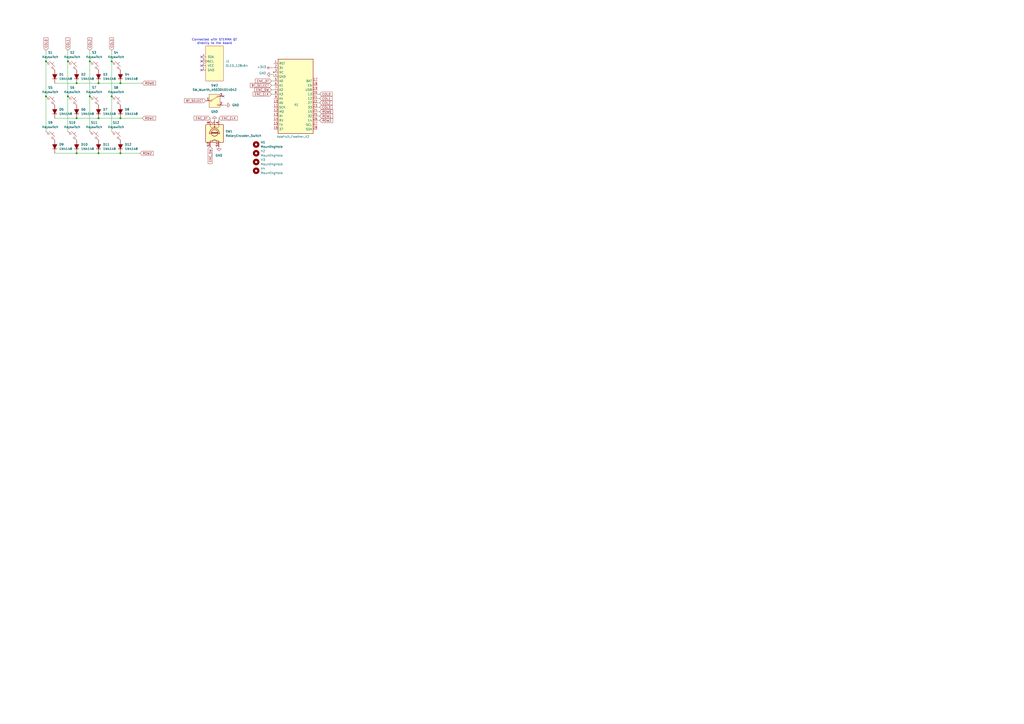
<source format=kicad_sch>
(kicad_sch (version 20231120) (generator "eeschema") (generator_version "8.0")
  (paper "A2")
  (lib_symbols
    (symbol "Device:RotaryEncoder_Switch" (pin_names (offset 0.254) hide)
      (property "Reference" "SW" (at 0 6.604 0))
      (property "Value" "RotaryEncoder_Switch" (at 0 -6.604 0))
      (symbol "RotaryEncoder_Switch_0_1"
        (rectangle (start -5.08 5.08) (end 5.08 -5.08) (stroke (width 0.254)) (fill (type background)))
        (circle (center -3.81 0) (radius 0.254) (fill (type outline)))
        (circle (center -0.381 0) (radius 1.905) (stroke (width 0.254)))
        (arc (start -0.381 2.667) (mid -3.0988 -0.0635) (end -0.381 -2.794) (stroke (width 0.254)))
        (polyline (pts (xy -0.635 -1.778) (xy -0.635 1.778)) (stroke (width 0.254)))
        (polyline (pts (xy -0.381 -1.778) (xy -0.381 1.778)) (stroke (width 0.254)))
        (polyline (pts (xy -0.127 1.778) (xy -0.127 -1.778)) (stroke (width 0.254)))
        (polyline (pts (xy 3.81 0) (xy 3.429 0)) (stroke (width 0.254)))
        (polyline (pts (xy 3.81 1.016) (xy 3.81 -1.016)) (stroke (width 0.254)))
        (polyline (pts (xy -5.08 -2.54) (xy -3.81 -2.54) (xy -3.81 -2.032)))
        (polyline (pts (xy -5.08 2.54) (xy -3.81 2.54) (xy -3.81 2.032)))
        (polyline (pts (xy 0.254 -3.048) (xy -0.508 -2.794) (xy 0.127 -2.413)) (stroke (width 0.254)))
        (polyline (pts (xy 0.254 2.921) (xy -0.508 2.667) (xy 0.127 2.286)) (stroke (width 0.254)))
        (polyline (pts (xy 5.08 -2.54) (xy 4.318 -2.54) (xy 4.318 -1.016)) (stroke (width 0.254)))
        (polyline (pts (xy 5.08 2.54) (xy 4.318 2.54) (xy 4.318 1.016)) (stroke (width 0.254)))
        (polyline (pts (xy -5.08 0) (xy -3.81 0) (xy -3.81 -1.016) (xy -3.302 -2.032)))
        (polyline (pts (xy -4.318 0) (xy -3.81 0) (xy -3.81 1.016) (xy -3.302 2.032)))
        (circle (center 4.318 -1.016) (radius 0.127) (stroke (width 0.254)))
        (circle (center 4.318 1.016) (radius 0.127) (stroke (width 0.254)))
      )
      (symbol "RotaryEncoder_Switch_1_1"
        (pin passive line (at -7.62 2.54 0) (length 2.54) (name "A") (number "A"))
        (pin passive line (at -7.62 -2.54 0) (length 2.54) (name "B") (number "B"))
        (pin passive line (at -7.62 0 0) (length 2.54) (name "C") (number "C"))
        (pin passive line (at 7.62 2.54 180) (length 2.54) (name "S1") (number "S1"))
        (pin passive line (at 7.62 -2.54 180) (length 2.54) (name "S2") (number "S2"))
      )
    )
    (symbol "MCU_Module:Adafruit_Feather_Generic"
      (property "Reference" "A1" (at 2.1941 -33.02 0))
      (property "Value" "Adafruit_Feather_Generic" (at 2.1941 -35.56 0))
      (symbol "Adafruit_Feather_Generic_0_1"
        (rectangle (start -10.16 26.67) (end 10.16 -16.51) (stroke (width 0.254)) (fill (type background)))
      )
      (symbol "Adafruit_Feather_Generic_1_1"
        (pin input line (at -12.7 24.13 0) (length 2.54) (name "RST") (number "1"))
        (pin bidirectional line (at -12.7 1.27 0) (length 2.54) (name "A5") (number "10"))
        (pin bidirectional line (at -12.7 -1.27 0) (length 2.54) (name "SCK") (number "11"))
        (pin output line (at -12.7 -3.81 0) (length 2.54) (name "MO") (number "12"))
        (pin input line (at -12.7 -6.35 0) (length 2.54) (name "MI") (number "13"))
        (pin input line (at -12.7 -8.89 0) (length 2.54) (name "RX") (number "14"))
        (pin output line (at -12.7 -11.43 0) (length 2.54) (name "TX") (number "15"))
        (pin bidirectional line (at -12.7 -13.97 0) (length 2.54) (name "37") (number "16"))
        (pin bidirectional line (at 12.7 13.97 180) (length 2.54) (name "BAT") (number "17"))
        (pin input line (at 12.7 11.43 180) (length 2.54) (name "EN") (number "18"))
        (pin power_out line (at 12.7 8.89 180) (length 2.54) (name "USB") (number "19"))
        (pin power_out line (at -12.7 21.59 0) (length 2.54) (name "3V") (number "2"))
        (pin bidirectional line (at 12.7 6.35 180) (length 2.54) (name "13") (number "20"))
        (pin bidirectional line (at 12.7 3.81 180) (length 2.54) (name "12") (number "21"))
        (pin bidirectional line (at 12.7 1.27 180) (length 2.54) (name "27") (number "22"))
        (pin bidirectional line (at 12.7 -1.27 180) (length 2.54) (name "33") (number "23"))
        (pin bidirectional line (at 12.7 -3.81 180) (length 2.54) (name "15") (number "24"))
        (pin bidirectional line (at 12.7 -6.35 180) (length 2.54) (name "32") (number "25"))
        (pin bidirectional line (at 12.7 -8.89 180) (length 2.54) (name "14") (number "26"))
        (pin bidirectional line (at 12.7 -11.43 180) (length 2.54) (name "SCL") (number "27"))
        (pin bidirectional line (at 12.7 -13.97 180) (length 2.54) (name "SDA") (number "28"))
        (pin no_connect line (at -12.7 19.05 0) (length 2.54) (name "NC") (number "3"))
        (pin power_in line (at -12.7 16.51 0) (length 2.54) (name "GND") (number "4"))
        (pin bidirectional line (at -12.7 13.97 0) (length 2.54) (name "A0") (number "5"))
        (pin bidirectional line (at -12.7 11.43 0) (length 2.54) (name "A1") (number "6"))
        (pin bidirectional line (at -12.7 8.89 0) (length 2.54) (name "A2") (number "7"))
        (pin bidirectional line (at -12.7 6.35 0) (length 2.54) (name "A3") (number "8"))
        (pin bidirectional line (at -12.7 3.81 0) (length 2.54) (name "A4") (number "9"))
      )
    )
    (symbol "Mechanical:MountingHole" (pin_names (offset 1.016)) (exclude_from_sim yes) (in_bom no)
      (property "Reference" "H" (at 0 5.08 0))
      (property "Value" "MountingHole" (at 0 3.175 0))
      (symbol "MountingHole_0_1"
        (circle (center 0 0) (radius 1.27) (stroke (width 1.27)))
      )
    )
    (symbol "PCM_Diode_AKL:1N4148" (pin_numbers hide) (pin_names (offset 1.016) hide)
      (property "Reference" "D" (at 0 5.08 0))
      (property "Value" "1N4148" (at 0 2.54 0))
      (symbol "1N4148_0_1"
        (polyline (pts (xy -1.27 0) (xy 1.27 0)))
        (polyline (pts (xy 1.27 1.27) (xy 1.27 -1.27)) (stroke (width 0.254)))
        (polyline (pts (xy -1.27 1.27) (xy -1.27 -1.27) (xy 1.27 0) (xy -1.27 1.27)) (stroke (width 0.254)) (fill (type outline)))
      )
      (symbol "1N4148_0_2"
        (polyline (pts (xy -2.54 -2.54) (xy 2.54 2.54)))
        (polyline (pts (xy 0 1.778) (xy 1.778 0)) (stroke (width 0.254)))
        (polyline (pts (xy -0.889 -0.889) (xy -1.778 0) (xy 0.889 0.889) (xy 0 -1.778) (xy -0.889 -0.889)) (stroke (width 0.254)) (fill (type outline)))
      )
      (symbol "1N4148_1_1"
        (pin passive line (at 3.81 0 180) (length 2.54) (name "K") (number "1"))
        (pin passive line (at -3.81 0 0) (length 2.54) (name "A") (number "2"))
      )
      (symbol "1N4148_1_2"
        (pin passive line (at 2.54 2.54 180) (length 0) (name "K") (number "1"))
        (pin passive line (at -2.54 -2.54 0) (length 0) (name "A") (number "2"))
      )
    )
    (symbol "ScottoKeebs:OLED_128x64" (pin_names (offset 1.016))
      (property "Reference" "J" (at 0 -11.43 0))
      (property "Value" "OLED_128x64" (at 0 -7.62 0))
      (symbol "OLED_128x64_0_1"
        (rectangle (start 10.16 -10.16) (end -10.16 0) (fill (type background)))
      )
      (symbol "OLED_128x64_1_1"
        (pin power_in line (at -3.81 2.54 270) (length 2.54) (name "GND") (number "1"))
        (pin power_in line (at -1.27 2.54 270) (length 2.54) (name "VCC") (number "2"))
        (pin input clock (at 1.27 2.54 270) (length 2.54) (name "SCL") (number "3"))
        (pin bidirectional line (at 3.81 2.54 270) (length 2.54) (name "SDA") (number "4"))
      )
    )
    (symbol "ScottoKeebs:Placeholder_Keyswitch" (pin_numbers hide) (pin_names (offset 1.016) hide)
      (property "Reference" "S" (at 3.048 1.016 0))
      (property "Value" "Keyswitch" (at 0 -3.81 0))
      (symbol "Placeholder_Keyswitch_0_1"
        (circle (center -1.1684 1.1684) (radius 0.508))
        (polyline (pts (xy -0.508 2.54) (xy 2.54 -0.508)))
        (polyline (pts (xy 1.016 1.016) (xy 2.032 2.032)))
        (polyline (pts (xy -2.54 2.54) (xy -1.524 1.524) (xy -1.524 1.524)))
        (polyline (pts (xy 1.524 -1.524) (xy 2.54 -2.54) (xy 2.54 -2.54) (xy 2.54 -2.54)))
        (circle (center 1.143 -1.1938) (radius 0.508))
        (pin passive line (at -2.54 2.54 0) (length 0) (name "1") (number "1"))
        (pin passive line (at 2.54 -2.54 180) (length 0) (name "2") (number "2"))
      )
    )
    (symbol "Switch:SW_Wuerth_450301014042" (pin_names (offset 1) hide)
      (property "Reference" "SW" (at 0 5.08 0))
      (property "Value" "SW_Wuerth_450301014042" (at 0 -5.08 0))
      (symbol "SW_Wuerth_450301014042_0_1"
        (circle (center -2.032 0) (radius 0.4572))
        (polyline (pts (xy -1.651 0.254) (xy 1.651 2.286)))
        (circle (center 2.032 -2.54) (radius 0.4572))
        (circle (center 2.032 2.54) (radius 0.4572))
      )
      (symbol "SW_Wuerth_450301014042_1_1"
        (rectangle (start -3.175 3.81) (end 3.175 -3.81) (fill (type background)))
        (pin passive line (at -5.08 0 0) (length 2.54) (name "B") (number "1"))
        (pin passive line (at 5.08 -2.54 180) (length 2.54) (name "C") (number "2"))
        (pin passive line (at 5.08 2.54 180) (length 2.54) (name "A") (number "3"))
      )
    )
    (symbol "power:+3V3" (power) (pin_numbers hide) (pin_names (offset 0) hide)
      (property "Value" "+3V3" (at 0 3.556 0))
      (symbol "+3V3_0_1"
        (polyline (pts (xy -0.762 1.27) (xy 0 2.54)))
        (polyline (pts (xy 0 0) (xy 0 2.54)))
        (polyline (pts (xy 0 2.54) (xy 0.762 1.27)))
      )
      (symbol "+3V3_1_1"
        (pin power_in line (at 0 0 90) (length 0) (name "~") (number "1"))
      )
    )
    (symbol "power:GND" (power) (pin_numbers hide) (pin_names (offset 0) hide)
      (property "Value" "GND" (at 0 -3.81 0))
      (symbol "GND_0_1"
        (polyline (pts (xy 0 0) (xy 0 -1.27) (xy 1.27 -1.27) (xy 0 -2.54) (xy -1.27 -1.27) (xy 0 -1.27)))
      )
      (symbol "GND_1_1"
        (pin power_in line (at 0 0 270) (length 0) (name "~") (number "1"))
      )
    )
  )
  (junction (at 39.37 55.88))
  (junction (at 57.15 68.58))
  (junction (at 44.45 88.9))
  (junction (at 57.15 88.9))
  (junction (at 44.45 48.26))
  (junction (at 52.07 35.56))
  (junction (at 44.45 68.58))
  (junction (at 52.07 55.88))
  (junction (at 64.77 55.88))
  (junction (at 69.85 48.26))
  (junction (at 26.67 55.88))
  (junction (at 64.77 35.56))
  (junction (at 69.85 68.58))
  (junction (at 57.15 48.26))
  (junction (at 39.37 35.56))
  (junction (at 69.85 88.9))
  (junction (at 26.67 35.56))
  (no_connect (at 116.84 33.02))
  (no_connect (at 116.84 40.64))
  (no_connect (at 116.84 38.1))
  (no_connect (at 116.84 35.56))
  (no_connect (at 129.54 55.88))
  (wire (pts (xy 52.07 55.88) (xy 52.07 76.2)))
  (wire (pts (xy 26.67 55.88) (xy 26.67 76.2)))
  (wire (pts (xy 39.37 35.56) (xy 39.37 55.88)))
  (wire (pts (xy 64.77 55.88) (xy 64.77 76.2)))
  (wire (pts (xy 157.48 39.37) (xy 158.75 39.37)))
  (wire (pts (xy 26.67 35.56) (xy 26.67 55.88)))
  (wire (pts (xy 57.15 68.58) (xy 69.85 68.58)))
  (wire (pts (xy 127 68.58) (xy 127 69.85)))
  (wire (pts (xy 31.75 68.58) (xy 44.45 68.58)))
  (wire (pts (xy 130.81 60.96) (xy 129.54 60.96)))
  (wire (pts (xy 52.07 35.56) (xy 52.07 55.88)))
  (wire (pts (xy 121.92 68.58) (xy 121.92 69.85)))
  (wire (pts (xy 64.77 35.56) (xy 64.77 55.88)))
  (wire (pts (xy 44.45 88.9) (xy 57.15 88.9)))
  (wire (pts (xy 44.45 68.58) (xy 57.15 68.58)))
  (wire (pts (xy 82.55 68.58) (xy 69.85 68.58)))
  (wire (pts (xy 31.75 88.9) (xy 44.45 88.9)))
  (wire (pts (xy 57.15 48.26) (xy 69.85 48.26)))
  (wire (pts (xy 185.42 64.77) (xy 184.15 64.77)))
  (wire (pts (xy 39.37 29.21) (xy 39.37 35.56)))
  (wire (pts (xy 185.42 54.61) (xy 184.15 54.61)))
  (wire (pts (xy 157.48 54.61) (xy 158.75 54.61)))
  (wire (pts (xy 31.75 48.26) (xy 44.45 48.26)))
  (wire (pts (xy 185.42 59.69) (xy 184.15 59.69)))
  (wire (pts (xy 185.42 69.85) (xy 184.15 69.85)))
  (wire (pts (xy 57.15 88.9) (xy 69.85 88.9)))
  (wire (pts (xy 157.48 52.07) (xy 158.75 52.07)))
  (wire (pts (xy 157.48 46.99) (xy 158.75 46.99)))
  (wire (pts (xy 69.85 48.26) (xy 82.55 48.26)))
  (wire (pts (xy 52.07 29.21) (xy 52.07 35.56)))
  (wire (pts (xy 185.42 62.23) (xy 184.15 62.23)))
  (wire (pts (xy 39.37 55.88) (xy 39.37 76.2)))
  (wire (pts (xy 69.85 88.9) (xy 81.28 88.9)))
  (wire (pts (xy 64.77 29.21) (xy 64.77 35.56)))
  (wire (pts (xy 44.45 48.26) (xy 57.15 48.26)))
  (wire (pts (xy 157.48 49.53) (xy 158.75 49.53)))
  (wire (pts (xy 158.75 43.18) (xy 158.75 44.45)))
  (wire (pts (xy 185.42 67.31) (xy 184.15 67.31)))
  (wire (pts (xy 26.67 29.21) (xy 26.67 35.56)))
  (wire (pts (xy 185.42 57.15) (xy 184.15 57.15)))
  (wire (pts (xy 157.48 43.18) (xy 158.75 43.18)))
  (text "Connected with STEMMA QT\ndirectly to the board" (at 124.46 24.13 0) (effects (font (size 1.27 1.27))))
  (global_label "ROW0" (shape input) (at 185.42 64.77 0) (property "Intersheetrefs" "${INTERSHEET_REFS}" (effects (hide yes))))
  (global_label "COL0" (shape input) (at 26.67 29.21 90) (property "Intersheetrefs" "${INTERSHEET_REFS}" (effects (hide yes))))
  (global_label "ENC_DT" (shape input) (at 157.48 46.99 180) (property "Intersheetrefs" "${INTERSHEET_REFS}" (effects (hide yes))))
  (global_label "COL0" (shape input) (at 185.42 54.61 0) (property "Intersheetrefs" "${INTERSHEET_REFS}" (effects (hide yes))))
  (global_label "ENC_CLK" (shape input) (at 127 68.58 0) (property "Intersheetrefs" "${INTERSHEET_REFS}" (effects (hide yes))))
  (global_label "COL2" (shape input) (at 52.07 29.21 90) (property "Intersheetrefs" "${INTERSHEET_REFS}" (effects (hide yes))))
  (global_label "ROW2" (shape input) (at 81.28 88.9 0) (property "Intersheetrefs" "${INTERSHEET_REFS}" (effects (hide yes))))
  (global_label "ENC_DT" (shape input) (at 121.92 68.58 180) (property "Intersheetrefs" "${INTERSHEET_REFS}" (effects (hide yes))))
  (global_label "COL3" (shape input) (at 64.77 29.21 90) (property "Intersheetrefs" "${INTERSHEET_REFS}" (effects (hide yes))))
  (global_label "BT_SELECT" (shape input) (at 157.48 49.53 180) (property "Intersheetrefs" "${INTERSHEET_REFS}" (effects (hide yes))))
  (global_label "ROW1" (shape input) (at 185.42 67.31 0) (property "Intersheetrefs" "${INTERSHEET_REFS}" (effects (hide yes))))
  (global_label "BT_SELECT" (shape input) (at 119.38 58.42 180) (property "Intersheetrefs" "${INTERSHEET_REFS}" (effects (hide yes))))
  (global_label "COL1" (shape input) (at 185.42 57.15 0) (property "Intersheetrefs" "${INTERSHEET_REFS}" (effects (hide yes))))
  (global_label "ENC_CLK" (shape input) (at 157.48 54.61 180) (property "Intersheetrefs" "${INTERSHEET_REFS}" (effects (hide yes))))
  (global_label "ROW2" (shape input) (at 185.42 69.85 0) (property "Intersheetrefs" "${INTERSHEET_REFS}" (effects (hide yes))))
  (global_label "ENC_SW" (shape input) (at 121.92 85.09 270) (property "Intersheetrefs" "${INTERSHEET_REFS}" (effects (hide yes))))
  (global_label "COL2" (shape input) (at 185.42 59.69 0) (property "Intersheetrefs" "${INTERSHEET_REFS}" (effects (hide yes))))
  (global_label "COL1" (shape input) (at 39.37 29.21 90) (property "Intersheetrefs" "${INTERSHEET_REFS}" (effects (hide yes))))
  (global_label "ROW1" (shape input) (at 82.55 68.58 0) (property "Intersheetrefs" "${INTERSHEET_REFS}" (effects (hide yes))))
  (global_label "ROW0" (shape input) (at 82.55 48.26 0) (property "Intersheetrefs" "${INTERSHEET_REFS}" (effects (hide yes))))
  (global_label "ENC_SW" (shape input) (at 157.48 52.07 180) (property "Intersheetrefs" "${INTERSHEET_REFS}" (effects (hide yes))))
  (global_label "COL3" (shape input) (at 185.42 62.23 0) (property "Intersheetrefs" "${INTERSHEET_REFS}" (effects (hide yes))))
  (symbol (lib_id "ScottoKeebs:Placeholder_Keyswitch") (at 29.21 58.42 0) (unit 1)
    (property "Reference" "S5" (at 29.21 50.8 0))
    (property "Value" "Keyswitch" (at 29.21 53.34 0))
    (property "Footprint" "PCM_Switch_Keyboard_Hotswap_Kailh:SW_Hotswap_Kailh_MX_1.00u" (effects (hide yes)))
    (property "Description" "Push button switch, normally open, two pins, 45° tilted" (effects (hide yes)))
  )
  (symbol (lib_id "Switch:SW_Wuerth_450301014042") (at 124.46 58.42 0) (unit 1)
    (property "Reference" "SW2" (at 124.46 49.53 0))
    (property "Value" "SW_Wuerth_450301014042" (at 124.46 52.07 0))
    (property "Footprint" "Button_Switch_THT:SW_Slide-03_Wuerth-WS-SLTV_10x2.5x6.4_P2.54mm" (effects (hide yes)))
    (property "Datasheet" "https://www.adafruit.com/product/805" (effects (hide yes)))
    (property "Description" "Switch slide, single pole double throw" (effects (hide yes)))
  )
  (symbol (lib_id "ScottoKeebs:Placeholder_Keyswitch") (at 41.91 58.42 0) (unit 1)
    (property "Reference" "S6" (at 41.91 50.8 0))
    (property "Value" "Keyswitch" (at 41.91 53.34 0))
    (property "Footprint" "PCM_Switch_Keyboard_Hotswap_Kailh:SW_Hotswap_Kailh_MX_1.00u" (effects (hide yes)))
    (property "Description" "Push button switch, normally open, two pins, 45° tilted" (effects (hide yes)))
  )
  (symbol (lib_id "power:GND") (at 127 85.09 0) (unit 1)
    (property "Reference" "#PWR04" (effects (hide yes)))
    (property "Value" "GND" (at 127 90.17 0))
    (property "Description" "Power symbol creates a global label with name \"GND\" , ground" (effects (hide yes)))
  )
  (symbol (lib_id "PCM_Diode_AKL:1N4148") (at 69.85 64.77 270) (unit 1)
    (property "Reference" "D8" (at 72.39 63.4999 90) (effects (justify left)))
    (property "Value" "1N4148" (at 72.39 66.0399 90) (effects (justify left)))
    (property "Footprint" "PCM_Diode_THT_AKL:D_DO-35_SOD27_P7.62mm_Horizontal" (effects (hide yes)))
    (property "Datasheet" "https://datasheet.octopart.com/1N4148TR-ON-Semiconductor-datasheet-42765246.pdf" (effects (hide yes)))
    (property "Description" "DO-35 Diode, Small Signal, Fast Switching, 75V, 150mA, 4ns, Alternate KiCad Library" (effects (hide yes)))
  )
  (symbol (lib_id "MCU_Module:Adafruit_Feather_Generic") (at 171.45 60.96 0) (unit 1)
    (property "Reference" "A1" (at 170.688 60.706 0) (effects (justify left)))
    (property "Value" "Adafruit_Feather_V2" (at 160.528 79.248 0) (effects (justify left)))
    (property "Footprint" "Module:Adafruit_Feather" (effects (hide yes)))
    (property "Datasheet" "https://www.adafruit.com/product/5400" (effects (hide yes)))
    (property "Description" "Microcontroller module in various flavor, generic symbol" (effects (hide yes)))
  )
  (symbol (lib_id "Mechanical:MountingHole") (at 148.59 88.9 0) (unit 1) (exclude_from_sim yes) (in_bom no)
    (property "Reference" "H2" (at 151.13 87.6299 0) (effects (justify left)))
    (property "Value" "MountingHole" (at 151.13 90.1699 0) (effects (justify left)))
    (property "Footprint" "MountingHole:MountingHole_2.2mm_M2" (effects (hide yes)))
    (property "Description" "Mounting Hole without connection" (effects (hide yes)))
  )
  (symbol (lib_id "power:GND") (at 130.81 60.96 90) (unit 1)
    (property "Reference" "#PWR02" (effects (hide yes)))
    (property "Value" "GND" (at 134.62 60.9599 90) (effects (justify right)))
    (property "Description" "Power symbol creates a global label with name \"GND\" , ground" (effects (hide yes)))
  )
  (symbol (lib_id "ScottoKeebs:Placeholder_Keyswitch") (at 54.61 78.74 0) (unit 1)
    (property "Reference" "S11" (at 54.61 71.12 0))
    (property "Value" "Keyswitch" (at 54.61 73.66 0))
    (property "Footprint" "PCM_Switch_Keyboard_Hotswap_Kailh:SW_Hotswap_Kailh_MX_1.00u" (effects (hide yes)))
    (property "Description" "Push button switch, normally open, two pins, 45° tilted" (effects (hide yes)))
  )
  (symbol (lib_id "ScottoKeebs:Placeholder_Keyswitch") (at 67.31 38.1 0) (unit 1)
    (property "Reference" "S4" (at 67.31 30.48 0))
    (property "Value" "Keyswitch" (at 67.31 33.02 0))
    (property "Footprint" "PCM_Switch_Keyboard_Hotswap_Kailh:SW_Hotswap_Kailh_MX_1.00u" (effects (hide yes)))
    (property "Description" "Push button switch, normally open, two pins, 45° tilted" (effects (hide yes)))
  )
  (symbol (lib_id "PCM_Diode_AKL:1N4148") (at 44.45 64.77 270) (unit 1)
    (property "Reference" "D6" (at 46.99 63.4999 90) (effects (justify left)))
    (property "Value" "1N4148" (at 46.99 66.0399 90) (effects (justify left)))
    (property "Footprint" "PCM_Diode_THT_AKL:D_DO-35_SOD27_P7.62mm_Horizontal" (effects (hide yes)))
    (property "Datasheet" "https://datasheet.octopart.com/1N4148TR-ON-Semiconductor-datasheet-42765246.pdf" (effects (hide yes)))
    (property "Description" "DO-35 Diode, Small Signal, Fast Switching, 75V, 150mA, 4ns, Alternate KiCad Library" (effects (hide yes)))
  )
  (symbol (lib_id "PCM_Diode_AKL:1N4148") (at 69.85 44.45 270) (unit 1)
    (property "Reference" "D4" (at 72.39 43.1799 90) (effects (justify left)))
    (property "Value" "1N4148" (at 72.39 45.7199 90) (effects (justify left)))
    (property "Footprint" "PCM_Diode_THT_AKL:D_DO-35_SOD27_P7.62mm_Horizontal" (effects (hide yes)))
    (property "Datasheet" "https://datasheet.octopart.com/1N4148TR-ON-Semiconductor-datasheet-42765246.pdf" (effects (hide yes)))
    (property "Description" "DO-35 Diode, Small Signal, Fast Switching, 75V, 150mA, 4ns, Alternate KiCad Library" (effects (hide yes)))
  )
  (symbol (lib_id "PCM_Diode_AKL:1N4148") (at 57.15 44.45 270) (unit 1)
    (property "Reference" "D3" (at 59.69 43.1799 90) (effects (justify left)))
    (property "Value" "1N4148" (at 59.69 45.7199 90) (effects (justify left)))
    (property "Footprint" "PCM_Diode_THT_AKL:D_DO-35_SOD27_P7.62mm_Horizontal" (effects (hide yes)))
    (property "Datasheet" "https://datasheet.octopart.com/1N4148TR-ON-Semiconductor-datasheet-42765246.pdf" (effects (hide yes)))
    (property "Description" "DO-35 Diode, Small Signal, Fast Switching, 75V, 150mA, 4ns, Alternate KiCad Library" (effects (hide yes)))
  )
  (symbol (lib_id "Mechanical:MountingHole") (at 148.59 93.98 0) (unit 1) (exclude_from_sim yes) (in_bom no)
    (property "Reference" "H3" (at 151.13 92.7099 0) (effects (justify left)))
    (property "Value" "MountingHole" (at 151.13 95.2499 0) (effects (justify left)))
    (property "Footprint" "MountingHole:MountingHole_2.2mm_M2" (effects (hide yes)))
    (property "Description" "Mounting Hole without connection" (effects (hide yes)))
  )
  (symbol (lib_id "PCM_Diode_AKL:1N4148") (at 44.45 85.09 270) (unit 1)
    (property "Reference" "D10" (at 46.99 83.8199 90) (effects (justify left)))
    (property "Value" "1N4148" (at 46.99 86.3599 90) (effects (justify left)))
    (property "Footprint" "PCM_Diode_THT_AKL:D_DO-35_SOD27_P7.62mm_Horizontal" (effects (hide yes)))
    (property "Datasheet" "https://datasheet.octopart.com/1N4148TR-ON-Semiconductor-datasheet-42765246.pdf" (effects (hide yes)))
    (property "Description" "DO-35 Diode, Small Signal, Fast Switching, 75V, 150mA, 4ns, Alternate KiCad Library" (effects (hide yes)))
  )
  (symbol (lib_id "ScottoKeebs:Placeholder_Keyswitch") (at 67.31 58.42 0) (unit 1)
    (property "Reference" "S8" (at 67.31 50.8 0))
    (property "Value" "Keyswitch" (at 67.31 53.34 0))
    (property "Footprint" "PCM_Switch_Keyboard_Hotswap_Kailh:SW_Hotswap_Kailh_MX_1.00u" (effects (hide yes)))
    (property "Description" "Push button switch, normally open, two pins, 45° tilted" (effects (hide yes)))
  )
  (symbol (lib_id "power:GND") (at 124.46 69.85 180) (unit 1)
    (property "Reference" "#PWR03" (effects (hide yes)))
    (property "Value" "GND" (at 124.46 64.77 0))
    (property "Description" "Power symbol creates a global label with name \"GND\" , ground" (effects (hide yes)))
  )
  (symbol (lib_id "PCM_Diode_AKL:1N4148") (at 57.15 85.09 270) (unit 1)
    (property "Reference" "D11" (at 59.69 83.8199 90) (effects (justify left)))
    (property "Value" "1N4148" (at 59.69 86.3599 90) (effects (justify left)))
    (property "Footprint" "PCM_Diode_THT_AKL:D_DO-35_SOD27_P7.62mm_Horizontal" (effects (hide yes)))
    (property "Datasheet" "https://datasheet.octopart.com/1N4148TR-ON-Semiconductor-datasheet-42765246.pdf" (effects (hide yes)))
    (property "Description" "DO-35 Diode, Small Signal, Fast Switching, 75V, 150mA, 4ns, Alternate KiCad Library" (effects (hide yes)))
  )
  (symbol (lib_id "ScottoKeebs:Placeholder_Keyswitch") (at 54.61 58.42 0) (unit 1)
    (property "Reference" "S7" (at 54.61 50.8 0))
    (property "Value" "Keyswitch" (at 54.61 53.34 0))
    (property "Footprint" "PCM_Switch_Keyboard_Hotswap_Kailh:SW_Hotswap_Kailh_MX_1.00u" (effects (hide yes)))
    (property "Description" "Push button switch, normally open, two pins, 45° tilted" (effects (hide yes)))
  )
  (symbol (lib_id "ScottoKeebs:Placeholder_Keyswitch") (at 41.91 38.1 0) (unit 1)
    (property "Reference" "S2" (at 41.91 30.48 0))
    (property "Value" "Keyswitch" (at 41.91 33.02 0))
    (property "Footprint" "PCM_Switch_Keyboard_Hotswap_Kailh:SW_Hotswap_Kailh_MX_1.00u" (effects (hide yes)))
    (property "Description" "Push button switch, normally open, two pins, 45° tilted" (effects (hide yes)))
  )
  (symbol (lib_id "Device:RotaryEncoder_Switch") (at 124.46 77.47 270) (unit 1)
    (property "Reference" "SW1" (at 130.81 76.1999 90) (effects (justify left)))
    (property "Value" "RotaryEncoder_Switch" (at 130.81 78.7399 90) (effects (justify left)))
    (property "Footprint" "ScottoKeebs_Scotto:Encoder_EC11_MX" (effects (hide yes)))
    (property "Datasheet" "https://www.adafruit.com/product/377" (effects (hide yes)))
    (property "Description" "Rotary encoder, dual channel, incremental quadrate outputs, with switch" (effects (hide yes)))
  )
  (symbol (lib_id "PCM_Diode_AKL:1N4148") (at 31.75 44.45 270) (unit 1)
    (property "Reference" "D1" (at 34.29 43.1799 90) (effects (justify left)))
    (property "Value" "1N4148" (at 34.29 45.7199 90) (effects (justify left)))
    (property "Footprint" "PCM_Diode_THT_AKL:D_DO-35_SOD27_P7.62mm_Horizontal" (effects (hide yes)))
    (property "Datasheet" "https://datasheet.octopart.com/1N4148TR-ON-Semiconductor-datasheet-42765246.pdf" (effects (hide yes)))
    (property "Description" "DO-35 Diode, Small Signal, Fast Switching, 75V, 150mA, 4ns, Alternate KiCad Library" (effects (hide yes)))
  )
  (symbol (lib_id "PCM_Diode_AKL:1N4148") (at 69.85 85.09 270) (unit 1)
    (property "Reference" "D12" (at 72.39 83.8199 90) (effects (justify left)))
    (property "Value" "1N4148" (at 72.39 86.3599 90) (effects (justify left)))
    (property "Footprint" "PCM_Diode_THT_AKL:D_DO-35_SOD27_P7.62mm_Horizontal" (effects (hide yes)))
    (property "Datasheet" "https://datasheet.octopart.com/1N4148TR-ON-Semiconductor-datasheet-42765246.pdf" (effects (hide yes)))
    (property "Description" "DO-35 Diode, Small Signal, Fast Switching, 75V, 150mA, 4ns, Alternate KiCad Library" (effects (hide yes)))
  )
  (symbol (lib_id "ScottoKeebs:Placeholder_Keyswitch") (at 29.21 78.74 0) (unit 1)
    (property "Reference" "S9" (at 29.21 71.12 0))
    (property "Value" "Keyswitch" (at 29.21 73.66 0))
    (property "Footprint" "PCM_Switch_Keyboard_Hotswap_Kailh:SW_Hotswap_Kailh_MX_1.00u" (effects (hide yes)))
    (property "Description" "Push button switch, normally open, two pins, 45° tilted" (effects (hide yes)))
  )
  (symbol (lib_id "Mechanical:MountingHole") (at 148.59 99.06 0) (unit 1) (exclude_from_sim yes) (in_bom no)
    (property "Reference" "H4" (at 151.13 97.7899 0) (effects (justify left)))
    (property "Value" "MountingHole" (at 151.13 100.3299 0) (effects (justify left)))
    (property "Footprint" "MountingHole:MountingHole_2.2mm_M2" (effects (hide yes)))
    (property "Description" "Mounting Hole without connection" (effects (hide yes)))
  )
  (symbol (lib_id "ScottoKeebs:Placeholder_Keyswitch") (at 41.91 78.74 0) (unit 1)
    (property "Reference" "S10" (at 41.91 71.12 0))
    (property "Value" "Keyswitch" (at 41.91 73.66 0))
    (property "Footprint" "PCM_Switch_Keyboard_Hotswap_Kailh:SW_Hotswap_Kailh_MX_1.00u" (effects (hide yes)))
    (property "Description" "Push button switch, normally open, two pins, 45° tilted" (effects (hide yes)))
  )
  (symbol (lib_id "PCM_Diode_AKL:1N4148") (at 57.15 64.77 270) (unit 1)
    (property "Reference" "D7" (at 59.69 63.4999 90) (effects (justify left)))
    (property "Value" "1N4148" (at 59.69 66.0399 90) (effects (justify left)))
    (property "Footprint" "PCM_Diode_THT_AKL:D_DO-35_SOD27_P7.62mm_Horizontal" (effects (hide yes)))
    (property "Datasheet" "https://datasheet.octopart.com/1N4148TR-ON-Semiconductor-datasheet-42765246.pdf" (effects (hide yes)))
    (property "Description" "DO-35 Diode, Small Signal, Fast Switching, 75V, 150mA, 4ns, Alternate KiCad Library" (effects (hide yes)))
  )
  (symbol (lib_id "ScottoKeebs:Placeholder_Keyswitch") (at 54.61 38.1 0) (unit 1)
    (property "Reference" "S3" (at 54.61 30.48 0))
    (property "Value" "Keyswitch" (at 54.61 33.02 0))
    (property "Footprint" "PCM_Switch_Keyboard_Hotswap_Kailh:SW_Hotswap_Kailh_MX_1.00u" (effects (hide yes)))
    (property "Description" "Push button switch, normally open, two pins, 45° tilted" (effects (hide yes)))
  )
  (symbol (lib_id "ScottoKeebs:Placeholder_Keyswitch") (at 29.21 38.1 0) (unit 1)
    (property "Reference" "S1" (at 29.21 30.48 0))
    (property "Value" "Keyswitch" (at 29.21 33.02 0))
    (property "Footprint" "PCM_Switch_Keyboard_Hotswap_Kailh:SW_Hotswap_Kailh_MX_1.00u" (effects (hide yes)))
    (property "Description" "Push button switch, normally open, two pins, 45° tilted" (effects (hide yes)))
  )
  (symbol (lib_id "Mechanical:MountingHole") (at 148.59 83.82 0) (unit 1) (exclude_from_sim yes) (in_bom no)
    (property "Reference" "H1" (at 151.13 82.5499 0) (effects (justify left)))
    (property "Value" "MountingHole" (at 151.13 85.0899 0) (effects (justify left)))
    (property "Footprint" "MountingHole:MountingHole_2.2mm_M2" (effects (hide yes)))
    (property "Description" "Mounting Hole without connection" (effects (hide yes)))
  )
  (symbol (lib_id "PCM_Diode_AKL:1N4148") (at 31.75 85.09 270) (unit 1)
    (property "Reference" "D9" (at 34.29 83.8199 90) (effects (justify left)))
    (property "Value" "1N4148" (at 34.29 86.3599 90) (effects (justify left)))
    (property "Footprint" "PCM_Diode_THT_AKL:D_DO-35_SOD27_P7.62mm_Horizontal" (effects (hide yes)))
    (property "Datasheet" "https://datasheet.octopart.com/1N4148TR-ON-Semiconductor-datasheet-42765246.pdf" (effects (hide yes)))
    (property "Description" "DO-35 Diode, Small Signal, Fast Switching, 75V, 150mA, 4ns, Alternate KiCad Library" (effects (hide yes)))
  )
  (symbol (lib_id "PCM_Diode_AKL:1N4148") (at 44.45 44.45 270) (unit 1)
    (property "Reference" "D2" (at 46.99 43.1799 90) (effects (justify left)))
    (property "Value" "1N4148" (at 46.99 45.7199 90) (effects (justify left)))
    (property "Footprint" "PCM_Diode_THT_AKL:D_DO-35_SOD27_P7.62mm_Horizontal" (effects (hide yes)))
    (property "Datasheet" "https://datasheet.octopart.com/1N4148TR-ON-Semiconductor-datasheet-42765246.pdf" (effects (hide yes)))
    (property "Description" "DO-35 Diode, Small Signal, Fast Switching, 75V, 150mA, 4ns, Alternate KiCad Library" (effects (hide yes)))
  )
  (symbol (lib_id "power:+3V3") (at 157.48 39.37 90) (unit 1)
    (property "Reference" "#PWR05" (effects (hide yes)))
    (property "Value" "+3V3" (at 154.432 38.862 90) (effects (justify left)))
    (property "Description" "Power symbol creates a global label with name \"+3V3\"" (effects (hide yes)))
  )
  (symbol (lib_id "ScottoKeebs:OLED_128x64") (at 119.38 36.83 90) (unit 1) (on_board no)
    (property "Reference" "J1" (at 130.81 35.5599 90) (effects (justify right)))
    (property "Value" "OLED_128x64" (at 130.81 38.0999 90) (effects (justify right)))
    (property "Footprint" "ScottoKeebs_Components:OLED_128x64" (effects (hide yes)))
    (property "Datasheet" "https://www.adafruit.com/product/938" (effects (hide yes)))
  )
  (symbol (lib_id "PCM_Diode_AKL:1N4148") (at 31.75 64.77 270) (unit 1)
    (property "Reference" "D5" (at 34.29 63.4999 90) (effects (justify left)))
    (property "Value" "1N4148" (at 34.29 66.0399 90) (effects (justify left)))
    (property "Footprint" "PCM_Diode_THT_AKL:D_DO-35_SOD27_P7.62mm_Horizontal" (effects (hide yes)))
    (property "Datasheet" "https://datasheet.octopart.com/1N4148TR-ON-Semiconductor-datasheet-42765246.pdf" (effects (hide yes)))
    (property "Description" "DO-35 Diode, Small Signal, Fast Switching, 75V, 150mA, 4ns, Alternate KiCad Library" (effects (hide yes)))
  )
  (symbol (lib_id "power:GND") (at 157.48 43.18 270) (unit 1)
    (property "Reference" "#PWR01" (effects (hide yes)))
    (property "Value" "GND" (at 154.432 42.418 90) (effects (justify right)))
    (property "Description" "Power symbol creates a global label with name \"GND\" , ground" (effects (hide yes)))
  )
  (symbol (lib_id "ScottoKeebs:Placeholder_Keyswitch") (at 67.31 78.74 0) (unit 1)
    (property "Reference" "S12" (at 67.31 71.12 0))
    (property "Value" "Keyswitch" (at 67.31 73.66 0))
    (property "Footprint" "PCM_Switch_Keyboard_Hotswap_Kailh:SW_Hotswap_Kailh_MX_1.00u" (effects (hide yes)))
    (property "Description" "Push button switch, normally open, two pins, 45° tilted" (effects (hide yes)))
  )
)
</source>
